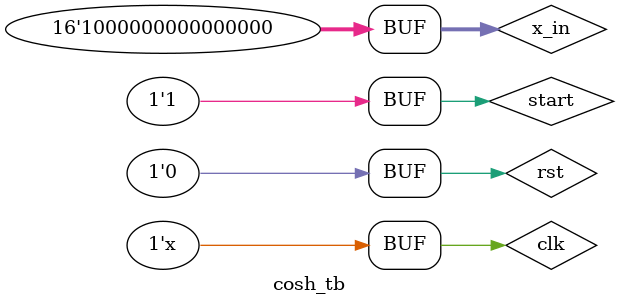
<source format=v>
module cosh_tb();
reg clk,rst,start;
reg [15:0] x_in;
wire done;
wire [1:0] intpart;
wire [15:0] fracpart;
exponential cosh(.clk(clk), .rst(rst), .start(start), .done(done), .x_in(x_in), .result({intpart,fracpart}));
initial begin
    rst = 1'b1;
    clk = 1'b0;
    start = 1'b0;
end
initial #30 rst = 1'b0;

always #10 clk = ~clk;

initial begin
    #10 start = 1'b1;
    #10 x_in = 16'h8000;
    #30 start = 1'b0;
    #200 start = 1'b1;
    end
endmodule
</source>
